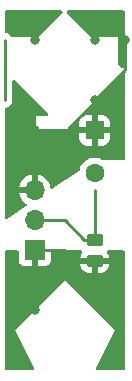
<source format=gbr>
%TF.GenerationSoftware,KiCad,Pcbnew,7.0.10*%
%TF.CreationDate,2024-02-28T13:58:56-05:00*%
%TF.ProjectId,Light_Sensor,4c696768-745f-4536-956e-736f722e6b69,rev?*%
%TF.SameCoordinates,Original*%
%TF.FileFunction,Copper,L1,Top*%
%TF.FilePolarity,Positive*%
%FSLAX46Y46*%
G04 Gerber Fmt 4.6, Leading zero omitted, Abs format (unit mm)*
G04 Created by KiCad (PCBNEW 7.0.10) date 2024-02-28 13:58:56*
%MOMM*%
%LPD*%
G01*
G04 APERTURE LIST*
G04 Aperture macros list*
%AMRoundRect*
0 Rectangle with rounded corners*
0 $1 Rounding radius*
0 $2 $3 $4 $5 $6 $7 $8 $9 X,Y pos of 4 corners*
0 Add a 4 corners polygon primitive as box body*
4,1,4,$2,$3,$4,$5,$6,$7,$8,$9,$2,$3,0*
0 Add four circle primitives for the rounded corners*
1,1,$1+$1,$2,$3*
1,1,$1+$1,$4,$5*
1,1,$1+$1,$6,$7*
1,1,$1+$1,$8,$9*
0 Add four rect primitives between the rounded corners*
20,1,$1+$1,$2,$3,$4,$5,0*
20,1,$1+$1,$4,$5,$6,$7,0*
20,1,$1+$1,$6,$7,$8,$9,0*
20,1,$1+$1,$8,$9,$2,$3,0*%
G04 Aperture macros list end*
%TA.AperFunction,ComponentPad*%
%ADD10R,1.700000X1.700000*%
%TD*%
%TA.AperFunction,ComponentPad*%
%ADD11O,1.700000X1.700000*%
%TD*%
%TA.AperFunction,ComponentPad*%
%ADD12RoundRect,0.250000X-0.550000X0.550000X-0.550000X-0.550000X0.550000X-0.550000X0.550000X0.550000X0*%
%TD*%
%TA.AperFunction,ComponentPad*%
%ADD13C,1.600000*%
%TD*%
%TA.AperFunction,SMDPad,CuDef*%
%ADD14RoundRect,0.250000X-0.450000X0.262500X-0.450000X-0.262500X0.450000X-0.262500X0.450000X0.262500X0*%
%TD*%
%TA.AperFunction,ViaPad*%
%ADD15C,0.800000*%
%TD*%
%TA.AperFunction,Conductor*%
%ADD16C,0.250000*%
%TD*%
G04 APERTURE END LIST*
D10*
%TO.P,J2,1,Pin_1*%
%TO.N,GND*%
X144780000Y-88860000D03*
D11*
%TO.P,J2,2,Pin_2*%
%TO.N,Net-(D1-A)*%
X144780000Y-86320000D03*
%TO.P,J2,3,Pin_3*%
%TO.N,3.3V*%
X144780000Y-83780000D03*
%TD*%
D12*
%TO.P,D1,1,K*%
%TO.N,3.3V*%
X149860000Y-78740000D03*
D13*
%TO.P,D1,2,A*%
%TO.N,Net-(D1-A)*%
X149860000Y-82340000D03*
%TD*%
D14*
%TO.P,R1,1*%
%TO.N,Net-(D1-A)*%
X149860000Y-87987500D03*
%TO.P,R1,2*%
%TO.N,GND*%
X149860000Y-89812500D03*
%TD*%
D15*
%TO.N,3.3V*%
X152400000Y-71120000D03*
X149860000Y-71120000D03*
X149860000Y-76200000D03*
X144780000Y-78740000D03*
X144780000Y-71120000D03*
%TO.N,GND*%
X144780000Y-91440000D03*
X144780000Y-93980000D03*
X149860000Y-91440000D03*
%TD*%
D16*
%TO.N,*%
X142240000Y-71120000D02*
X142240000Y-76200000D01*
%TO.N,3.3V*%
X144780000Y-83860000D02*
X144780000Y-78740000D01*
X144780000Y-78740000D02*
X149860000Y-78740000D01*
X149860000Y-76200000D02*
X152400000Y-73660000D01*
X152400000Y-73660000D02*
X152400000Y-71120000D01*
X149860000Y-78740000D02*
X149860000Y-76200000D01*
%TO.N,Net-(D1-A)*%
X149860000Y-83820000D02*
X149860000Y-87987500D01*
X149860000Y-87987500D02*
X148947500Y-87987500D01*
X147320000Y-86360000D02*
X144780000Y-86360000D01*
X148947500Y-87987500D02*
X147320000Y-86360000D01*
%TO.N,GND*%
X147280000Y-88860000D02*
X144780000Y-88860000D01*
X144780000Y-88860000D02*
X144780000Y-91440000D01*
X149860000Y-89812500D02*
X149860000Y-91440000D01*
X149860000Y-89812500D02*
X148232500Y-89812500D01*
X144780000Y-91440000D02*
X144780000Y-93980000D01*
X148232500Y-89812500D02*
X147280000Y-88860000D01*
%TD*%
%TA.AperFunction,Conductor*%
%TO.N,GND*%
G36*
X148774594Y-88919685D02*
G01*
X148820349Y-88972489D01*
X148830293Y-89041647D01*
X148813094Y-89089097D01*
X148725643Y-89230875D01*
X148725641Y-89230880D01*
X148670494Y-89397302D01*
X148670493Y-89397309D01*
X148660000Y-89500013D01*
X148660000Y-89562500D01*
X151059999Y-89562500D01*
X151059999Y-89500028D01*
X151059998Y-89500013D01*
X151049505Y-89397302D01*
X150994358Y-89230880D01*
X150994356Y-89230875D01*
X150906906Y-89089097D01*
X150888466Y-89021705D01*
X150909388Y-88955041D01*
X150963030Y-88910271D01*
X151012445Y-88900000D01*
X152275500Y-88900000D01*
X152342539Y-88919685D01*
X152388294Y-88972489D01*
X152399500Y-89024000D01*
X152399500Y-93979750D01*
X147320001Y-91440000D01*
X147320000Y-91440000D01*
X147320000Y-90062500D01*
X148660001Y-90062500D01*
X148660001Y-90124986D01*
X148670494Y-90227697D01*
X148725641Y-90394119D01*
X148725643Y-90394124D01*
X148817684Y-90543345D01*
X148941654Y-90667315D01*
X149090875Y-90759356D01*
X149090880Y-90759358D01*
X149257302Y-90814505D01*
X149257309Y-90814506D01*
X149360019Y-90824999D01*
X149609999Y-90824999D01*
X149610000Y-90824998D01*
X149610000Y-90062500D01*
X150110000Y-90062500D01*
X150110000Y-90824999D01*
X150359972Y-90824999D01*
X150359986Y-90824998D01*
X150462697Y-90814505D01*
X150629119Y-90759358D01*
X150629124Y-90759356D01*
X150778345Y-90667315D01*
X150902315Y-90543345D01*
X150994356Y-90394124D01*
X150994358Y-90394119D01*
X151049505Y-90227697D01*
X151049506Y-90227690D01*
X151059999Y-90124986D01*
X151060000Y-90124973D01*
X151060000Y-90062500D01*
X150110000Y-90062500D01*
X149610000Y-90062500D01*
X148660001Y-90062500D01*
X147320000Y-90062500D01*
X147320000Y-88900000D01*
X148707555Y-88900000D01*
X148774594Y-88919685D01*
G37*
%TD.AperFunction*%
%TD*%
%TA.AperFunction,Conductor*%
%TO.N,3.3V*%
G36*
X143070703Y-74491149D02*
G01*
X143077181Y-74497181D01*
X145897855Y-77317855D01*
X145931340Y-77379178D01*
X145926356Y-77448870D01*
X145884484Y-77504803D01*
X145819020Y-77529220D01*
X145810174Y-77529536D01*
X144893638Y-77529536D01*
X144893638Y-78690103D01*
X147218741Y-78690103D01*
X147285780Y-78709788D01*
X147306422Y-78726422D01*
X147320000Y-78740000D01*
X149634279Y-81054279D01*
X149633312Y-81054364D01*
X149633302Y-81054366D01*
X149413511Y-81113258D01*
X149413502Y-81113261D01*
X149207267Y-81209431D01*
X149207265Y-81209432D01*
X149020858Y-81339954D01*
X148859954Y-81500858D01*
X148729432Y-81687265D01*
X148729431Y-81687267D01*
X148633261Y-81893502D01*
X148633259Y-81893508D01*
X148578705Y-82097109D01*
X148542340Y-82156769D01*
X148527713Y-82168189D01*
X146307847Y-83648100D01*
X146241148Y-83668908D01*
X146173787Y-83650353D01*
X146127151Y-83598326D01*
X146115536Y-83555733D01*
X146114569Y-83544684D01*
X146114567Y-83544673D01*
X146053433Y-83316516D01*
X146053429Y-83316507D01*
X145953600Y-83102422D01*
X145953599Y-83102420D01*
X145818113Y-82908926D01*
X145818108Y-82908920D01*
X145651082Y-82741894D01*
X145457578Y-82606399D01*
X145243492Y-82506570D01*
X145243486Y-82506567D01*
X145030000Y-82449364D01*
X145030000Y-83344498D01*
X144922315Y-83295320D01*
X144815763Y-83280000D01*
X144744237Y-83280000D01*
X144637685Y-83295320D01*
X144530000Y-83344498D01*
X144530000Y-82449364D01*
X144529999Y-82449364D01*
X144316513Y-82506567D01*
X144316507Y-82506570D01*
X144102422Y-82606399D01*
X144102420Y-82606400D01*
X143908926Y-82741886D01*
X143908920Y-82741891D01*
X143741891Y-82908920D01*
X143741886Y-82908926D01*
X143606400Y-83102420D01*
X143606399Y-83102422D01*
X143506570Y-83316507D01*
X143506567Y-83316513D01*
X143449364Y-83529999D01*
X143449364Y-83530000D01*
X144346314Y-83530000D01*
X144320507Y-83570156D01*
X144280000Y-83708111D01*
X144280000Y-83851889D01*
X144320507Y-83989844D01*
X144346314Y-84030000D01*
X143449364Y-84030000D01*
X143506567Y-84243486D01*
X143506570Y-84243492D01*
X143606399Y-84457578D01*
X143741894Y-84651082D01*
X143908921Y-84818109D01*
X144074325Y-84933928D01*
X144117950Y-84988505D01*
X144125142Y-85058003D01*
X144093619Y-85120358D01*
X144071984Y-85138676D01*
X142433283Y-86231144D01*
X142366584Y-86251952D01*
X142299223Y-86233397D01*
X142252587Y-86181370D01*
X142240500Y-86127970D01*
X142240500Y-76943149D01*
X142260185Y-76876110D01*
X142312989Y-76830355D01*
X142350509Y-76820949D01*
X142350474Y-76820766D01*
X142353686Y-76820153D01*
X142356717Y-76819393D01*
X142358138Y-76819304D01*
X142508441Y-76770467D01*
X142641877Y-76685786D01*
X142750062Y-76570582D01*
X142826197Y-76432092D01*
X142865500Y-76279019D01*
X142865500Y-74584862D01*
X142885185Y-74517823D01*
X142937989Y-74472068D01*
X143007147Y-74462124D01*
X143070703Y-74491149D01*
G37*
%TD.AperFunction*%
%TD*%
%TA.AperFunction,Conductor*%
%TO.N,GND*%
G36*
X143373039Y-88919685D02*
G01*
X143418794Y-88972489D01*
X143430000Y-89024000D01*
X143430000Y-89757844D01*
X143436401Y-89817372D01*
X143436403Y-89817379D01*
X143486645Y-89952086D01*
X143486649Y-89952093D01*
X143572809Y-90067187D01*
X143572812Y-90067190D01*
X143687906Y-90153350D01*
X143687913Y-90153354D01*
X143822620Y-90203596D01*
X143822627Y-90203598D01*
X143882155Y-90209999D01*
X143882172Y-90210000D01*
X144530000Y-90210000D01*
X144530000Y-89295501D01*
X144637685Y-89344680D01*
X144744237Y-89360000D01*
X144815763Y-89360000D01*
X144922315Y-89344680D01*
X145030000Y-89295501D01*
X145030000Y-90210000D01*
X145677828Y-90210000D01*
X145677844Y-90209999D01*
X145737372Y-90203598D01*
X145737379Y-90203596D01*
X145872086Y-90153354D01*
X145872093Y-90153350D01*
X145987187Y-90067190D01*
X145987190Y-90067187D01*
X146073350Y-89952093D01*
X146073354Y-89952086D01*
X146123596Y-89817379D01*
X146123598Y-89817372D01*
X146129999Y-89757844D01*
X146130000Y-89757827D01*
X146130000Y-89024000D01*
X146149685Y-88956961D01*
X146202489Y-88911206D01*
X146254000Y-88900000D01*
X147320000Y-88900000D01*
X147320000Y-91440000D01*
X143086665Y-95673332D01*
X143086666Y-95673333D01*
X142240500Y-96519499D01*
X142240500Y-89024000D01*
X142260185Y-88956961D01*
X142312989Y-88911206D01*
X142364500Y-88900000D01*
X143306000Y-88900000D01*
X143373039Y-88919685D01*
G37*
%TD.AperFunction*%
%TD*%
%TA.AperFunction,Conductor*%
%TO.N,3.3V*%
G36*
X147087177Y-68600185D02*
G01*
X147132932Y-68652989D01*
X147142876Y-68722147D01*
X147113851Y-68785703D01*
X147107819Y-68792181D01*
X145096290Y-70803710D01*
X145034967Y-70837195D01*
X145008609Y-70840029D01*
X142872930Y-70840029D01*
X142805891Y-70820344D01*
X142772614Y-70788917D01*
X142699594Y-70688413D01*
X142577823Y-70587676D01*
X142577821Y-70587674D01*
X142434828Y-70520387D01*
X142434826Y-70520386D01*
X142341264Y-70502538D01*
X142279101Y-70470640D01*
X142244051Y-70410197D01*
X142240500Y-70380734D01*
X142240500Y-68704500D01*
X142260185Y-68637461D01*
X142312989Y-68591706D01*
X142364500Y-68580500D01*
X147020138Y-68580500D01*
X147087177Y-68600185D01*
G37*
%TD.AperFunction*%
%TD*%
%TA.AperFunction,Conductor*%
%TO.N,GND*%
G36*
X144690023Y-98880046D02*
G01*
X144702398Y-98948811D01*
X144675630Y-99013350D01*
X144618220Y-99053172D01*
X144579114Y-99059500D01*
X142364500Y-99059500D01*
X142297461Y-99039815D01*
X142251706Y-98987011D01*
X142240500Y-98935500D01*
X142240500Y-96519500D01*
X143086666Y-95673333D01*
X144690023Y-98880046D01*
G37*
%TD.AperFunction*%
%TD*%
%TA.AperFunction,Conductor*%
%TO.N,3.3V*%
G36*
X152318834Y-73843680D02*
G01*
X152374767Y-73885552D01*
X152399184Y-73951016D01*
X152399500Y-73959862D01*
X152399500Y-81156000D01*
X152379815Y-81223039D01*
X152327011Y-81268794D01*
X152275500Y-81280000D01*
X150652613Y-81280000D01*
X150585574Y-81260315D01*
X150581490Y-81257575D01*
X150512735Y-81209432D01*
X150512733Y-81209431D01*
X150398149Y-81156000D01*
X150306496Y-81113261D01*
X150306492Y-81113260D01*
X150306488Y-81113258D01*
X150086697Y-81054366D01*
X150086693Y-81054365D01*
X150086692Y-81054365D01*
X150086691Y-81054364D01*
X150086686Y-81054364D01*
X149860002Y-81034532D01*
X149859998Y-81034532D01*
X149634279Y-81054279D01*
X147570000Y-78990000D01*
X148560001Y-78990000D01*
X148560001Y-79339986D01*
X148570494Y-79442697D01*
X148625641Y-79609119D01*
X148625643Y-79609124D01*
X148717684Y-79758345D01*
X148841654Y-79882315D01*
X148990875Y-79974356D01*
X148990880Y-79974358D01*
X149157302Y-80029505D01*
X149157309Y-80029506D01*
X149260019Y-80039999D01*
X149609999Y-80039999D01*
X149610000Y-80039998D01*
X149610000Y-78990000D01*
X148560001Y-78990000D01*
X147570000Y-78990000D01*
X147320000Y-78740000D01*
X147333578Y-78726422D01*
X147360283Y-78711840D01*
X149556105Y-78711840D01*
X149566454Y-78823521D01*
X149616448Y-78923922D01*
X149699334Y-78999484D01*
X149803920Y-79040000D01*
X149887802Y-79040000D01*
X149970250Y-79024588D01*
X150026111Y-78990000D01*
X150110000Y-78990000D01*
X150110000Y-80039999D01*
X150459972Y-80039999D01*
X150459986Y-80039998D01*
X150562697Y-80029505D01*
X150729119Y-79974358D01*
X150729124Y-79974356D01*
X150878345Y-79882315D01*
X151002315Y-79758345D01*
X151094356Y-79609124D01*
X151094358Y-79609119D01*
X151149505Y-79442697D01*
X151149506Y-79442690D01*
X151159999Y-79339986D01*
X151160000Y-79339973D01*
X151160000Y-78990000D01*
X150110000Y-78990000D01*
X150026111Y-78990000D01*
X150065610Y-78965543D01*
X150133201Y-78876038D01*
X150163895Y-78768160D01*
X150153546Y-78656479D01*
X150103552Y-78556078D01*
X150020666Y-78480516D01*
X149916080Y-78440000D01*
X149832198Y-78440000D01*
X149749750Y-78455412D01*
X149654390Y-78514457D01*
X149586799Y-78603962D01*
X149556105Y-78711840D01*
X147360283Y-78711840D01*
X147394901Y-78692937D01*
X147421259Y-78690103D01*
X147625359Y-78690103D01*
X147625359Y-78490000D01*
X148560000Y-78490000D01*
X149610000Y-78490000D01*
X149610000Y-77440000D01*
X150110000Y-77440000D01*
X150110000Y-78490000D01*
X151159999Y-78490000D01*
X151159999Y-78140028D01*
X151159998Y-78140013D01*
X151149505Y-78037302D01*
X151094358Y-77870880D01*
X151094356Y-77870875D01*
X151002315Y-77721654D01*
X150878345Y-77597684D01*
X150729124Y-77505643D01*
X150729119Y-77505641D01*
X150562697Y-77450494D01*
X150562690Y-77450493D01*
X150459986Y-77440000D01*
X150110000Y-77440000D01*
X149610000Y-77440000D01*
X149260028Y-77440000D01*
X149260012Y-77440001D01*
X149157302Y-77450494D01*
X148990880Y-77505641D01*
X148990875Y-77505643D01*
X148841654Y-77597684D01*
X148717684Y-77721654D01*
X148625643Y-77870875D01*
X148625641Y-77870880D01*
X148570494Y-78037302D01*
X148570493Y-78037309D01*
X148560000Y-78140013D01*
X148560000Y-78490000D01*
X147625359Y-78490000D01*
X147625359Y-78486003D01*
X147645044Y-78418964D01*
X147661678Y-78398322D01*
X152187819Y-73872181D01*
X152249142Y-73838696D01*
X152318834Y-73843680D01*
G37*
%TD.AperFunction*%
%TD*%
%TA.AperFunction,Conductor*%
%TO.N,3.3V*%
G36*
X152342539Y-68600185D02*
G01*
X152388294Y-68652989D01*
X152399500Y-68704500D01*
X152399500Y-73360138D01*
X152379815Y-73427177D01*
X152327011Y-73472932D01*
X152257853Y-73482876D01*
X152194297Y-73453851D01*
X152187819Y-73447819D01*
X151835056Y-73095056D01*
X151801571Y-73033733D01*
X151798737Y-73007375D01*
X151798737Y-70840029D01*
X149631391Y-70840029D01*
X149564352Y-70820344D01*
X149543710Y-70803710D01*
X147532181Y-68792181D01*
X147498696Y-68730858D01*
X147503680Y-68661166D01*
X147545552Y-68605233D01*
X147611016Y-68580816D01*
X147619862Y-68580500D01*
X152275500Y-68580500D01*
X152342539Y-68600185D01*
G37*
%TD.AperFunction*%
%TD*%
%TA.AperFunction,Conductor*%
%TO.N,GND*%
G36*
X152399500Y-93979750D02*
G01*
X152399500Y-96519500D01*
X151553332Y-95673332D01*
X151553332Y-95673331D01*
X147320000Y-91440000D01*
X152399500Y-93979750D01*
G37*
%TD.AperFunction*%
%TD*%
%TA.AperFunction,Conductor*%
%TO.N,GND*%
G36*
X152399500Y-96519500D02*
G01*
X152399500Y-98935500D01*
X152379815Y-99002539D01*
X152327011Y-99048294D01*
X152275500Y-99059500D01*
X150060886Y-99059500D01*
X149993847Y-99039815D01*
X149948092Y-98987011D01*
X149938148Y-98917853D01*
X149949977Y-98880046D01*
X151553333Y-95673333D01*
X152399500Y-96519500D01*
G37*
%TD.AperFunction*%
%TD*%
M02*

</source>
